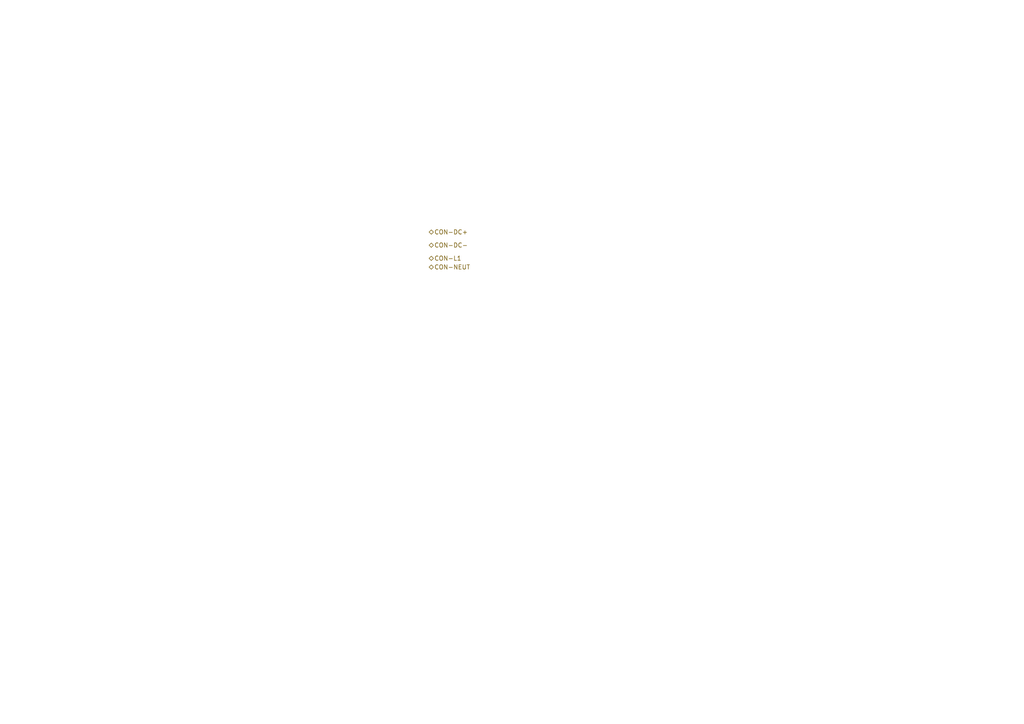
<source format=kicad_sch>
(kicad_sch (version 20230121) (generator eeschema)
  (paper "A4")
  (lib_symbols)
  (hierarchical_label "CON-L1" (shape bidirectional) (at 124.46 74.93 0))
  (hierarchical_label "CON-NEUT" (shape bidirectional) (at 124.46 77.47 0))
  (hierarchical_label "CON-DC-" (shape bidirectional) (at 124.46 71.12 0))
  (hierarchical_label "CON-DC+" (shape bidirectional) (at 124.46 67.31 0))
)
</source>
